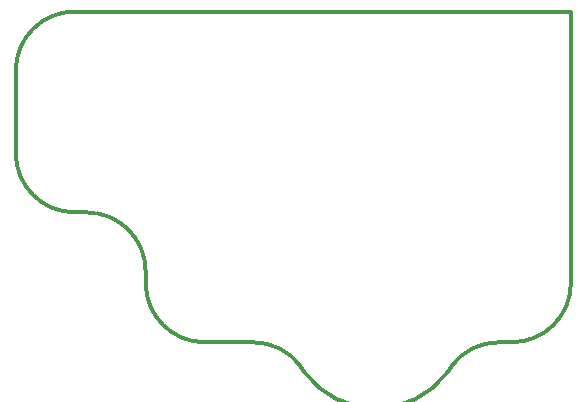
<source format=gko>
G04 Layer: BoardOutlineLayer*
G04 EasyEDA v6.5.39, 2024-01-14 11:16:20*
G04 7225f5b682534d558e40c38ebd35b67e,4e7111fa6b144b4da7037494b399c203,10*
G04 Gerber Generator version 0.2*
G04 Scale: 100 percent, Rotated: No, Reflected: No *
G04 Dimensions in millimeters *
G04 leading zeros omitted , absolute positions ,4 integer and 5 decimal *
%FSLAX45Y45*%
%MOMM*%

%ADD10C,0.3000*%
D10*
X4999990Y3999992D02*
G01*
X4999990Y1699996D01*
X799998Y3999992D02*
G01*
X4999990Y3999992D01*
X3989992Y999995D02*
G01*
X3949992Y939998D01*
X2709994Y999997D02*
G01*
X2749994Y939998D01*
X2309995Y1199997D02*
G01*
X1899996Y1199997D01*
X4499990Y1199997D02*
G01*
X4389991Y1199997D01*
X899998Y2299995D02*
G01*
X799998Y2299995D01*
X1399997Y1699996D02*
G01*
X1399997Y1799996D01*
X299999Y2799994D02*
G01*
X299999Y3499993D01*
G75*
G01*
X299999Y2799994D02*
G03*
X799998Y2299995I499999J0D01*
G75*
G01*
X1399997Y1799996D02*
G03*
X899998Y2299995I-499999J0D01*
G75*
G01*
X1399997Y1699997D02*
G03*
X1899996Y1199998I499999J0D01*
G75*
G01*
X2709995Y999998D02*
G03*
X2309995Y1199998I-400000J-299999D01*
G75*
G01*
X4389991Y1199998D02*
G03*
X3989992Y999998I0J-499999D01*
G75*
G01*
X2749992Y939996D02*
G03*
X3949995Y939996I600001J449995D01*
G75*
G01*
X799998Y3999992D02*
G03*
X299999Y3499993I0J-499999D01*
G75*
G01*
X4499991Y1199998D02*
G03*
X4999990Y1699997I0J499999D01*

%LPD*%
M02*

</source>
